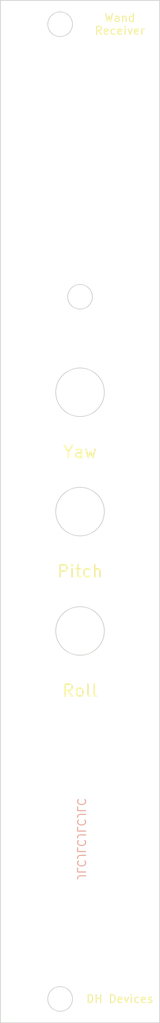
<source format=kicad_pcb>
(kicad_pcb (version 20221018) (generator pcbnew)

  (general
    (thickness 1.6)
  )

  (paper "A4")
  (layers
    (0 "F.Cu" signal)
    (31 "B.Cu" signal)
    (32 "B.Adhes" user "B.Adhesive")
    (33 "F.Adhes" user "F.Adhesive")
    (34 "B.Paste" user)
    (35 "F.Paste" user)
    (36 "B.SilkS" user "B.Silkscreen")
    (37 "F.SilkS" user "F.Silkscreen")
    (38 "B.Mask" user)
    (39 "F.Mask" user)
    (40 "Dwgs.User" user "User.Drawings")
    (41 "Cmts.User" user "User.Comments")
    (42 "Eco1.User" user "User.Eco1")
    (43 "Eco2.User" user "User.Eco2")
    (44 "Edge.Cuts" user)
    (45 "Margin" user)
    (46 "B.CrtYd" user "B.Courtyard")
    (47 "F.CrtYd" user "F.Courtyard")
    (48 "B.Fab" user)
    (49 "F.Fab" user)
    (50 "User.1" user)
    (51 "User.2" user)
    (52 "User.3" user)
    (53 "User.4" user)
    (54 "User.5" user)
    (55 "User.6" user)
    (56 "User.7" user)
    (57 "User.8" user)
    (58 "User.9" user)
  )

  (setup
    (pad_to_mask_clearance 0)
    (grid_origin 112.2 50.9)
    (pcbplotparams
      (layerselection 0x00010fc_ffffffff)
      (plot_on_all_layers_selection 0x0000000_00000000)
      (disableapertmacros false)
      (usegerberextensions false)
      (usegerberattributes true)
      (usegerberadvancedattributes true)
      (creategerberjobfile true)
      (dashed_line_dash_ratio 12.000000)
      (dashed_line_gap_ratio 3.000000)
      (svgprecision 4)
      (plotframeref false)
      (viasonmask false)
      (mode 1)
      (useauxorigin false)
      (hpglpennumber 1)
      (hpglpenspeed 20)
      (hpglpendiameter 15.000000)
      (dxfpolygonmode true)
      (dxfimperialunits true)
      (dxfusepcbnewfont true)
      (psnegative false)
      (psa4output false)
      (plotreference true)
      (plotvalue true)
      (plotinvisibletext false)
      (sketchpadsonfab false)
      (subtractmaskfromsilk false)
      (outputformat 1)
      (mirror false)
      (drillshape 1)
      (scaleselection 1)
      (outputdirectory "")
    )
  )

  (net 0 "")

  (gr_circle (center 122.2 130.15) (end 125.25 130.15)
    (stroke (width 0.1) (type default)) (fill none) (layer "Edge.Cuts") (tstamp 3e98b744-d4a1-4a9d-9ab4-fc9d98312d8f))
  (gr_circle (center 119.7 53.9) (end 121.25 53.9)
    (stroke (width 0.1) (type default)) (fill none) (layer "Edge.Cuts") (tstamp 7f4b7e7b-f532-4627-8104-4d5de35693c2))
  (gr_rect (start 112.2 50.9) (end 132.2 179.4)
    (stroke (width 0.1) (type default)) (fill none) (layer "Edge.Cuts") (tstamp 9f493674-7edd-44dc-8f3e-45d340a52938))
  (gr_circle (center 122.2 115.15) (end 125.25 115.15)
    (stroke (width 0.1) (type default)) (fill none) (layer "Edge.Cuts") (tstamp a95cd867-701b-4c0f-a23a-57e19cfda8dc))
  (gr_circle (center 122.2 100.15) (end 125.25 100.15)
    (stroke (width 0.1) (type default)) (fill none) (layer "Edge.Cuts") (tstamp b12370ee-fd5c-48bf-bb75-6ecc88c643ee))
  (gr_circle (center 122.2 88.15) (end 123.75 88.15)
    (stroke (width 0.1) (type default)) (fill none) (layer "Edge.Cuts") (tstamp f4594004-fba1-4673-bbec-8ba806444667))
  (gr_circle (center 119.7 176.4) (end 121.25 176.4)
    (stroke (width 0.1) (type default)) (fill none) (layer "Edge.Cuts") (tstamp f7badc1e-97e2-4105-83b7-11671f7da3f7))
  (gr_text "JLCJLCJLCJLC" (at 122.35 156.3 -90) (layer "B.SilkS") (tstamp c7bb00a7-c2d3-48f8-96af-ba764d9ceba4)
    (effects (font (size 1 1) (thickness 0.15)) (justify mirror))
  )
  (gr_text "Yaw" (at 122.2 107.65) (layer "F.SilkS") (tstamp 72495b41-7a90-4ef5-bde5-ac9339074bd9)
    (effects (font (size 1.5 1.5) (thickness 0.2)))
  )
  (gr_text "DH Devices" (at 127.2 176.4) (layer "F.SilkS") (tstamp 82723ec9-d1e6-46d7-a4f2-84393b23db62)
    (effects (font (size 1 1) (thickness 0.15)))
  )
  (gr_text "Roll" (at 122.2 137.65) (layer "F.SilkS") (tstamp cfcdbc76-537b-49c4-aed8-a43a5f223989)
    (effects (font (size 1.5 1.5) (thickness 0.2)))
  )
  (gr_text "Pitch" (at 122.2 122.65) (layer "F.SilkS") (tstamp d0bb23d0-2eed-4770-a303-1dad817dd705)
    (effects (font (size 1.5 1.5) (thickness 0.2)))
  )
  (gr_text "Wand\nReceiver" (at 127.2 53.9) (layer "F.SilkS") (tstamp e0747dc9-84dd-4754-9a7b-1d3f229ff318)
    (effects (font (size 1 1) (thickness 0.15)))
  )

)

</source>
